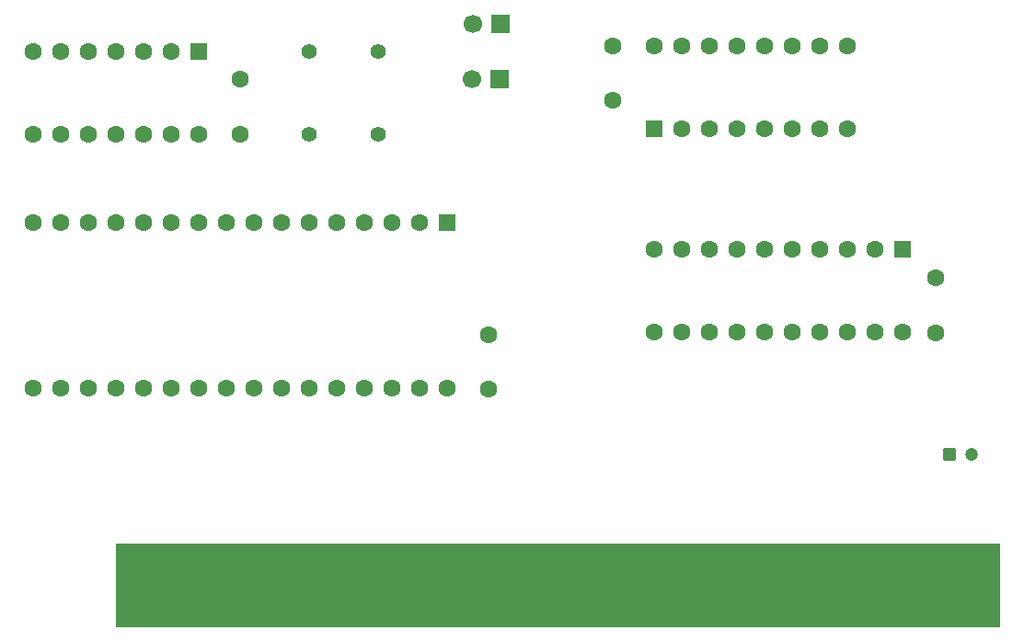
<source format=gbs>
%TF.GenerationSoftware,KiCad,Pcbnew,9.0.7*%
%TF.CreationDate,2026-01-22T10:29:24+01:00*%
%TF.ProjectId,xt-isa-umb,78742d69-7361-42d7-956d-622e6b696361,0.1*%
%TF.SameCoordinates,Original*%
%TF.FileFunction,Soldermask,Bot*%
%TF.FilePolarity,Negative*%
%FSLAX46Y46*%
G04 Gerber Fmt 4.6, Leading zero omitted, Abs format (unit mm)*
G04 Created by KiCad (PCBNEW 9.0.7) date 2026-01-22 10:29:24*
%MOMM*%
%LPD*%
G01*
G04 APERTURE LIST*
G04 Aperture macros list*
%AMRoundRect*
0 Rectangle with rounded corners*
0 $1 Rounding radius*
0 $2 $3 $4 $5 $6 $7 $8 $9 X,Y pos of 4 corners*
0 Add a 4 corners polygon primitive as box body*
4,1,4,$2,$3,$4,$5,$6,$7,$8,$9,$2,$3,0*
0 Add four circle primitives for the rounded corners*
1,1,$1+$1,$2,$3*
1,1,$1+$1,$4,$5*
1,1,$1+$1,$6,$7*
1,1,$1+$1,$8,$9*
0 Add four rect primitives between the rounded corners*
20,1,$1+$1,$2,$3,$4,$5,0*
20,1,$1+$1,$4,$5,$6,$7,0*
20,1,$1+$1,$6,$7,$8,$9,0*
20,1,$1+$1,$8,$9,$2,$3,0*%
G04 Aperture macros list end*
%ADD10C,0.100000*%
%ADD11C,1.400000*%
%ADD12C,1.600000*%
%ADD13RoundRect,0.250000X-0.350000X-0.350000X0.350000X-0.350000X0.350000X0.350000X-0.350000X0.350000X0*%
%ADD14C,1.200000*%
%ADD15RoundRect,0.250000X-0.550000X0.550000X-0.550000X-0.550000X0.550000X-0.550000X0.550000X0.550000X0*%
%ADD16R,1.700000X1.700000*%
%ADD17C,1.700000*%
%ADD18RoundRect,0.250000X0.550000X-0.550000X0.550000X0.550000X-0.550000X0.550000X-0.550000X-0.550000X0*%
G04 APERTURE END LIST*
D10*
%TO.C,J1*%
X180339999Y-144335501D02*
X99059999Y-144335501D01*
X99059999Y-136715501D01*
X180339999Y-136715501D01*
X180339999Y-144335501D01*
G36*
X180339999Y-144335501D02*
G01*
X99059999Y-144335501D01*
X99059999Y-136715501D01*
X180339999Y-136715501D01*
X180339999Y-144335501D01*
G37*
%TD*%
D11*
%TO.C,R2*%
X116840000Y-99060000D03*
X116840000Y-91440000D03*
%TD*%
D12*
%TO.C,C1*%
X144780000Y-90932000D03*
X144780000Y-95932000D03*
%TD*%
D13*
%TO.C,C6*%
X175768000Y-128524000D03*
D14*
X177768000Y-128524000D03*
%TD*%
D12*
%TO.C,C4*%
X174498000Y-117308000D03*
X174498000Y-112308000D03*
%TD*%
D15*
%TO.C,U4*%
X171450000Y-109601000D03*
D12*
X168910000Y-109601000D03*
X166370000Y-109601000D03*
X163830000Y-109601000D03*
X161290000Y-109601000D03*
X158750000Y-109601000D03*
X156210000Y-109601000D03*
X153670000Y-109601000D03*
X151130000Y-109601000D03*
X148590000Y-109601000D03*
X148590000Y-117221000D03*
X151130000Y-117221000D03*
X153670000Y-117221000D03*
X156210000Y-117221000D03*
X158750000Y-117221000D03*
X161290000Y-117221000D03*
X163830000Y-117221000D03*
X166370000Y-117221000D03*
X168910000Y-117221000D03*
X171450000Y-117221000D03*
%TD*%
D16*
%TO.C,JP1*%
X134493000Y-88900000D03*
D17*
X131953000Y-88900000D03*
%TD*%
D16*
%TO.C,JP2*%
X134371000Y-93980000D03*
D17*
X131831000Y-93980000D03*
%TD*%
D12*
%TO.C,C3*%
X133350000Y-122515000D03*
X133350000Y-117515000D03*
%TD*%
D15*
%TO.C,U3*%
X129539999Y-107188001D03*
D12*
X126999999Y-107188001D03*
X124459999Y-107188001D03*
X121919999Y-107188001D03*
X119379999Y-107188001D03*
X116839999Y-107188001D03*
X114299999Y-107188001D03*
X111759999Y-107188001D03*
X109219999Y-107188001D03*
X106679999Y-107188001D03*
X104139999Y-107188001D03*
X101599999Y-107188001D03*
X99059999Y-107188001D03*
X96519999Y-107188001D03*
X93979999Y-107188001D03*
X91439999Y-107188001D03*
X91439999Y-122428001D03*
X93979999Y-122428001D03*
X96519999Y-122428001D03*
X99059999Y-122428001D03*
X101599999Y-122428001D03*
X104139999Y-122428001D03*
X106679999Y-122428001D03*
X109219999Y-122428001D03*
X111759999Y-122428001D03*
X114299999Y-122428001D03*
X116839999Y-122428001D03*
X119379999Y-122428001D03*
X121919999Y-122428001D03*
X124459999Y-122428001D03*
X126999999Y-122428001D03*
X129539999Y-122428001D03*
%TD*%
%TO.C,C2*%
X110490000Y-99020000D03*
X110490000Y-94020000D03*
%TD*%
D11*
%TO.C,R1*%
X123190000Y-99060000D03*
X123190000Y-91440000D03*
%TD*%
D18*
%TO.C,U1*%
X148590000Y-98552000D03*
D12*
X151130000Y-98552000D03*
X153670000Y-98552000D03*
X156210000Y-98552000D03*
X158750000Y-98552000D03*
X161290000Y-98552000D03*
X163830000Y-98552000D03*
X166370000Y-98552000D03*
X166370000Y-90932000D03*
X163830000Y-90932000D03*
X161290000Y-90932000D03*
X158750000Y-90932000D03*
X156210000Y-90932000D03*
X153670000Y-90932000D03*
X151130000Y-90932000D03*
X148590000Y-90932000D03*
%TD*%
D15*
%TO.C,U2*%
X106680000Y-91440000D03*
D12*
X104140000Y-91440000D03*
X101600000Y-91440000D03*
X99060000Y-91440000D03*
X96520000Y-91440000D03*
X93980000Y-91440000D03*
X91440000Y-91440000D03*
X91440000Y-99060000D03*
X93980000Y-99060000D03*
X96520000Y-99060000D03*
X99060000Y-99060000D03*
X101600000Y-99060000D03*
X104140000Y-99060000D03*
X106680000Y-99060000D03*
%TD*%
M02*

</source>
